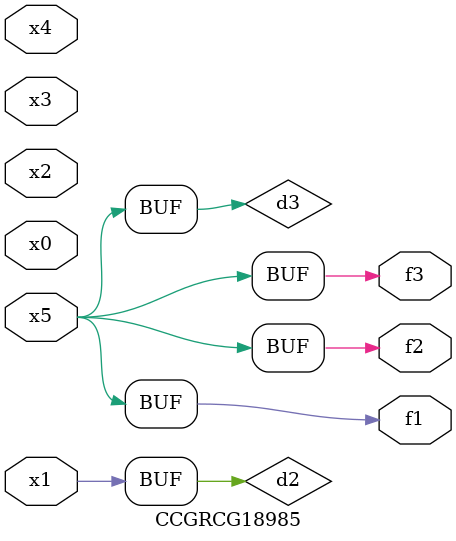
<source format=v>
module CCGRCG18985(
	input x0, x1, x2, x3, x4, x5,
	output f1, f2, f3
);

	wire d1, d2, d3;

	not (d1, x5);
	or (d2, x1);
	xnor (d3, d1);
	assign f1 = d3;
	assign f2 = d3;
	assign f3 = d3;
endmodule

</source>
